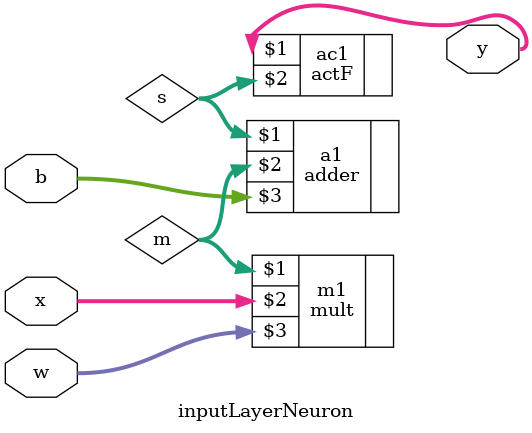
<source format=v>
`timescale 1ns / 1ps

module inputLayerNeuron(y,x,w,b

    );
    input [1:0]x,w;
    input [3:0]b;
    output [1:0]y;
    wire [3:0]m;
    wire [4:0]s;
    
    
    mult m1 (m,x,w);
    adder a1 (s,m,b);
    actF ac1 (y,s);
endmodule

</source>
